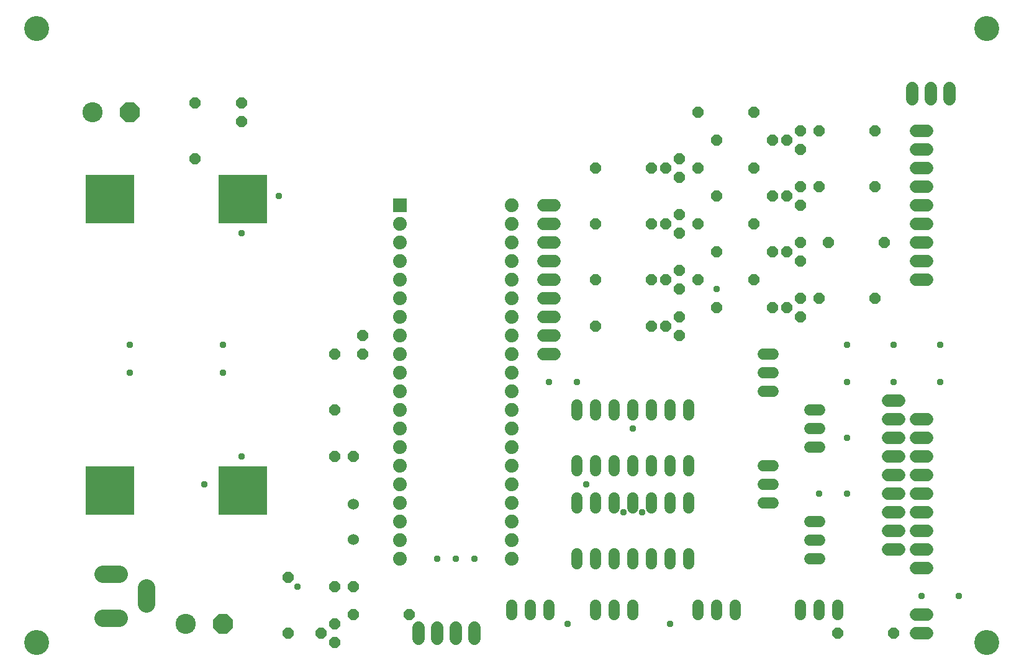
<source format=gbr>
G04 EAGLE Gerber RS-274X export*
G75*
%MOMM*%
%FSLAX34Y34*%
%LPD*%
%INSoldermask Bottom*%
%IPPOS*%
%AMOC8*
5,1,8,0,0,1.08239X$1,22.5*%
G01*
%ADD10P,1.649562X8X202.500000*%
%ADD11P,1.649562X8X22.500000*%
%ADD12P,1.649562X8X292.500000*%
%ADD13C,2.387600*%
%ADD14C,1.727200*%
%ADD15C,1.524000*%
%ADD16P,1.649562X8X112.500000*%
%ADD17R,6.654800X6.654800*%
%ADD18R,1.879600X1.879600*%
%ADD19C,1.879600*%
%ADD20C,1.524000*%
%ADD21C,3.403200*%
%ADD22C,2.743200*%
%ADD23P,2.969212X8X22.500000*%
%ADD24C,0.959600*%


D10*
X457200Y266700D03*
X431800Y266700D03*
D11*
X431800Y88900D03*
X457200Y88900D03*
D12*
X469900Y431800D03*
X469900Y406400D03*
D13*
X175000Y87122D02*
X175000Y65278D01*
X137922Y46200D02*
X116078Y46200D01*
X116078Y106200D02*
X137922Y106200D01*
D14*
X716280Y406400D02*
X731520Y406400D01*
X731520Y431800D02*
X716280Y431800D01*
X716280Y457200D02*
X731520Y457200D01*
X731520Y482600D02*
X716280Y482600D01*
X716280Y508000D02*
X731520Y508000D01*
X731520Y533400D02*
X716280Y533400D01*
X716280Y558800D02*
X731520Y558800D01*
X731520Y584200D02*
X716280Y584200D01*
X716280Y609600D02*
X731520Y609600D01*
D12*
X304800Y749300D03*
X304800Y723900D03*
D15*
X457200Y153670D03*
X457200Y201930D03*
D16*
X431800Y330200D03*
X431800Y406400D03*
D12*
X241300Y749300D03*
X241300Y673100D03*
D17*
X306400Y618300D03*
X125400Y618300D03*
X125400Y219900D03*
X306400Y219900D03*
D18*
X520700Y609600D03*
D19*
X520700Y584200D03*
X520700Y558800D03*
X520700Y533400D03*
X520700Y508000D03*
X520700Y482600D03*
X520700Y457200D03*
X520700Y431800D03*
X520700Y406400D03*
X520700Y381000D03*
X520700Y355600D03*
X520700Y330200D03*
X520700Y304800D03*
X520700Y279400D03*
X520700Y254000D03*
X520700Y228600D03*
X520700Y203200D03*
X520700Y177800D03*
X520700Y152400D03*
X520700Y127000D03*
X673100Y127000D03*
X673100Y152400D03*
X673100Y177800D03*
X673100Y203200D03*
X673100Y228600D03*
X673100Y254000D03*
X673100Y279400D03*
X673100Y304800D03*
X673100Y330200D03*
X673100Y355600D03*
X673100Y381000D03*
X673100Y406400D03*
X673100Y431800D03*
X673100Y457200D03*
X673100Y482600D03*
X673100Y508000D03*
X673100Y533400D03*
X673100Y558800D03*
X673100Y584200D03*
X673100Y609600D03*
D20*
X762000Y133604D02*
X762000Y120396D01*
X787400Y120396D02*
X787400Y133604D01*
X914400Y133604D02*
X914400Y120396D01*
X914400Y196596D02*
X914400Y209804D01*
X812800Y133604D02*
X812800Y120396D01*
X838200Y120396D02*
X838200Y133604D01*
X889000Y133604D02*
X889000Y120396D01*
X863600Y120396D02*
X863600Y133604D01*
X889000Y196596D02*
X889000Y209804D01*
X863600Y209804D02*
X863600Y196596D01*
X838200Y196596D02*
X838200Y209804D01*
X812800Y209804D02*
X812800Y196596D01*
X787400Y196596D02*
X787400Y209804D01*
X762000Y209804D02*
X762000Y196596D01*
X762000Y247396D02*
X762000Y260604D01*
X787400Y260604D02*
X787400Y247396D01*
X914400Y247396D02*
X914400Y260604D01*
X914400Y323596D02*
X914400Y336804D01*
X812800Y260604D02*
X812800Y247396D01*
X838200Y247396D02*
X838200Y260604D01*
X889000Y260604D02*
X889000Y247396D01*
X863600Y247396D02*
X863600Y260604D01*
X889000Y323596D02*
X889000Y336804D01*
X863600Y336804D02*
X863600Y323596D01*
X838200Y323596D02*
X838200Y336804D01*
X812800Y336804D02*
X812800Y323596D01*
X787400Y323596D02*
X787400Y336804D01*
X762000Y336804D02*
X762000Y323596D01*
X723900Y63754D02*
X723900Y50546D01*
X673100Y50546D02*
X673100Y63754D01*
X698500Y63754D02*
X698500Y50546D01*
X838200Y50546D02*
X838200Y63754D01*
X787400Y63754D02*
X787400Y50546D01*
X812800Y50546D02*
X812800Y63754D01*
X977900Y63754D02*
X977900Y50546D01*
X927100Y50546D02*
X927100Y63754D01*
X952500Y63754D02*
X952500Y50546D01*
X1117600Y50546D02*
X1117600Y63754D01*
X1066800Y63754D02*
X1066800Y50546D01*
X1092200Y50546D02*
X1092200Y63754D01*
X1092454Y177800D02*
X1079246Y177800D01*
X1079246Y127000D02*
X1092454Y127000D01*
X1092454Y152400D02*
X1079246Y152400D01*
X1028954Y254000D02*
X1015746Y254000D01*
X1015746Y203200D02*
X1028954Y203200D01*
X1028954Y228600D02*
X1015746Y228600D01*
X1079246Y330200D02*
X1092454Y330200D01*
X1092454Y279400D02*
X1079246Y279400D01*
X1079246Y304800D02*
X1092454Y304800D01*
X1028954Y406400D02*
X1015746Y406400D01*
X1015746Y355600D02*
X1028954Y355600D01*
X1028954Y381000D02*
X1015746Y381000D01*
D14*
X1224280Y25400D02*
X1239520Y25400D01*
X1239520Y50800D02*
X1224280Y50800D01*
D11*
X1117600Y25400D03*
X1193800Y25400D03*
D14*
X1224280Y114300D02*
X1239520Y114300D01*
X1239520Y139700D02*
X1224280Y139700D01*
X1224280Y165100D02*
X1239520Y165100D01*
X1239520Y190500D02*
X1224280Y190500D01*
X1224280Y215900D02*
X1239520Y215900D01*
X1239520Y241300D02*
X1224280Y241300D01*
X1224280Y266700D02*
X1239520Y266700D01*
X1239520Y292100D02*
X1224280Y292100D01*
X1224280Y317500D02*
X1239520Y317500D01*
X1201420Y139700D02*
X1186180Y139700D01*
X1186180Y165100D02*
X1201420Y165100D01*
X1201420Y190500D02*
X1186180Y190500D01*
X1186180Y215900D02*
X1201420Y215900D01*
X1201420Y241300D02*
X1186180Y241300D01*
X1186180Y266700D02*
X1201420Y266700D01*
X1201420Y292100D02*
X1186180Y292100D01*
X1186180Y317500D02*
X1201420Y317500D01*
X1201420Y342900D02*
X1186180Y342900D01*
D16*
X901700Y520700D03*
X882650Y508000D03*
X901700Y495300D03*
X901700Y457200D03*
X882650Y444500D03*
X901700Y431800D03*
X1066800Y711200D03*
X1047750Y698500D03*
X1066800Y685800D03*
X1066800Y635000D03*
X1047750Y622300D03*
X1066800Y609600D03*
X1066800Y558800D03*
X1047750Y546100D03*
X1066800Y533400D03*
X901700Y596900D03*
X882650Y584200D03*
X901700Y571500D03*
X901700Y673100D03*
X882650Y660400D03*
X901700Y647700D03*
X1066800Y482600D03*
X1047750Y469900D03*
X1066800Y457200D03*
D11*
X787400Y660400D03*
X863600Y660400D03*
X787400Y584200D03*
X863600Y584200D03*
X787400Y508000D03*
X863600Y508000D03*
X787400Y444500D03*
X863600Y444500D03*
X952500Y698500D03*
X1028700Y698500D03*
X952500Y622300D03*
X1028700Y622300D03*
X952500Y546100D03*
X1028700Y546100D03*
X952500Y469900D03*
X1028700Y469900D03*
D14*
X1224280Y508000D02*
X1239520Y508000D01*
X1239520Y533400D02*
X1224280Y533400D01*
X1224280Y558800D02*
X1239520Y558800D01*
X1239520Y584200D02*
X1224280Y584200D01*
X1224280Y609600D02*
X1239520Y609600D01*
X1239520Y635000D02*
X1224280Y635000D01*
X1224280Y660400D02*
X1239520Y660400D01*
X1239520Y685800D02*
X1224280Y685800D01*
X1224280Y711200D02*
X1239520Y711200D01*
D10*
X1003300Y736600D03*
X927100Y736600D03*
X1003300Y660400D03*
X927100Y660400D03*
X1003300Y584200D03*
X927100Y584200D03*
X1003300Y508000D03*
X927100Y508000D03*
X1168400Y711200D03*
X1092200Y711200D03*
X1168400Y635000D03*
X1092200Y635000D03*
X1181100Y558800D03*
X1104900Y558800D03*
X1168400Y482600D03*
X1092200Y482600D03*
D14*
X1219200Y754380D02*
X1219200Y769620D01*
X1244600Y769620D02*
X1244600Y754380D01*
X1270000Y754380D02*
X1270000Y769620D01*
X546100Y33020D02*
X546100Y17780D01*
X571500Y17780D02*
X571500Y33020D01*
X596900Y33020D02*
X596900Y17780D01*
X622300Y17780D02*
X622300Y33020D01*
D16*
X431800Y38100D03*
X412750Y25400D03*
X431800Y12700D03*
D12*
X368300Y101600D03*
X368300Y25400D03*
D10*
X533400Y50800D03*
X457200Y50800D03*
D21*
X25400Y850900D03*
X1320800Y850900D03*
X1320800Y12700D03*
X25400Y12700D03*
D22*
X228600Y38100D03*
D23*
X279400Y38100D03*
D22*
X101600Y736600D03*
D23*
X152400Y736600D03*
D24*
X952500Y495300D03*
X571500Y127000D03*
X596900Y127000D03*
X622300Y127000D03*
X381000Y88900D03*
X152400Y381000D03*
X152400Y419100D03*
X279400Y419100D03*
X279400Y381000D03*
X762000Y368300D03*
X723900Y368300D03*
X838200Y304800D03*
X774700Y228600D03*
X825500Y190500D03*
X850900Y190500D03*
X1130300Y419100D03*
X1193800Y419100D03*
X1257300Y419100D03*
X1130300Y368300D03*
X1193800Y368300D03*
X1257300Y368300D03*
X1092200Y215900D03*
X1130300Y215900D03*
X1231900Y76200D03*
X1282700Y76200D03*
X1130300Y292100D03*
X749300Y38100D03*
X889000Y38100D03*
X304800Y266700D03*
X254000Y228600D03*
X355600Y622300D03*
X304800Y571500D03*
M02*

</source>
